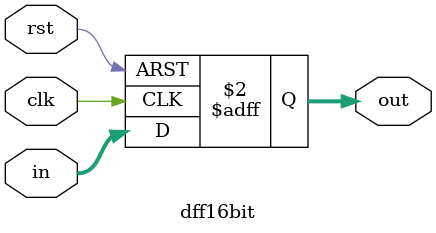
<source format=v>
module dff16bit(clk, rst, in, out);
input clk, rst;
input [15:0] in;
output reg [15:0] out;

always @(posedge rst, posedge clk)
begin
if(rst) out<=0;
else out<=in;
end

endmodule

</source>
